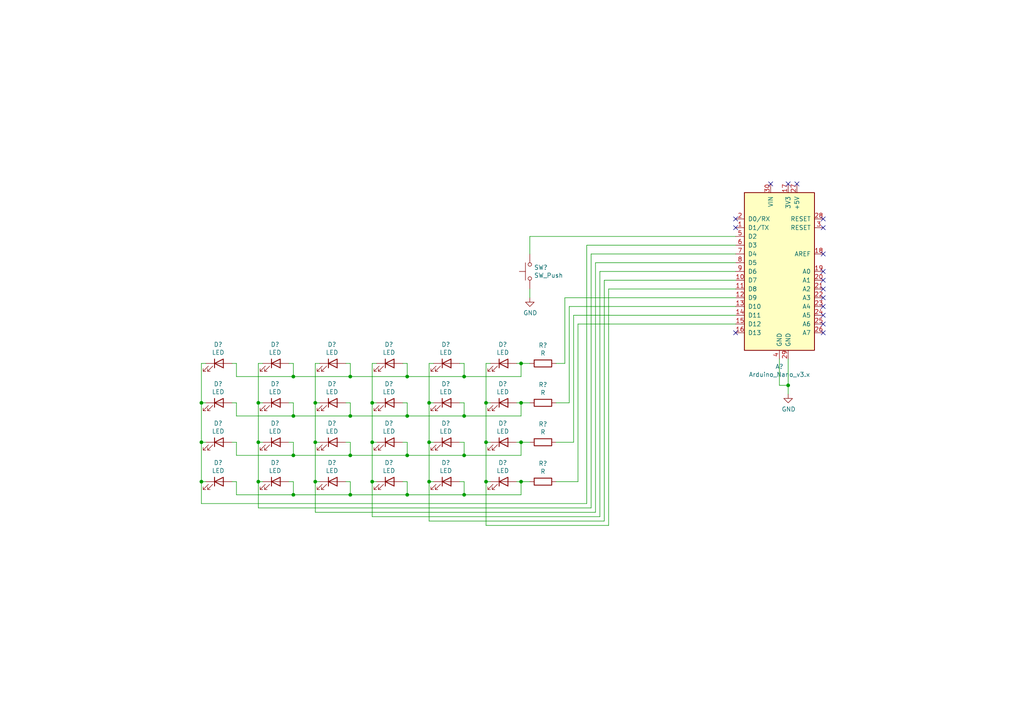
<source format=kicad_sch>
(kicad_sch (version 20211123) (generator eeschema)

  (uuid a9b6d531-358a-411a-b599-8efbc4a2b3ee)

  (paper "A4")

  (lib_symbols
    (symbol "Device:LED" (pin_numbers hide) (pin_names (offset 1.016) hide) (in_bom yes) (on_board yes)
      (property "Reference" "D" (id 0) (at 0 2.54 0)
        (effects (font (size 1.27 1.27)))
      )
      (property "Value" "LED" (id 1) (at 0 -2.54 0)
        (effects (font (size 1.27 1.27)))
      )
      (property "Footprint" "" (id 2) (at 0 0 0)
        (effects (font (size 1.27 1.27)) hide)
      )
      (property "Datasheet" "~" (id 3) (at 0 0 0)
        (effects (font (size 1.27 1.27)) hide)
      )
      (property "ki_keywords" "LED diode" (id 4) (at 0 0 0)
        (effects (font (size 1.27 1.27)) hide)
      )
      (property "ki_description" "Light emitting diode" (id 5) (at 0 0 0)
        (effects (font (size 1.27 1.27)) hide)
      )
      (property "ki_fp_filters" "LED* LED_SMD:* LED_THT:*" (id 6) (at 0 0 0)
        (effects (font (size 1.27 1.27)) hide)
      )
      (symbol "LED_0_1"
        (polyline
          (pts
            (xy -1.27 -1.27)
            (xy -1.27 1.27)
          )
          (stroke (width 0.254) (type default) (color 0 0 0 0))
          (fill (type none))
        )
        (polyline
          (pts
            (xy -1.27 0)
            (xy 1.27 0)
          )
          (stroke (width 0) (type default) (color 0 0 0 0))
          (fill (type none))
        )
        (polyline
          (pts
            (xy 1.27 -1.27)
            (xy 1.27 1.27)
            (xy -1.27 0)
            (xy 1.27 -1.27)
          )
          (stroke (width 0.254) (type default) (color 0 0 0 0))
          (fill (type none))
        )
        (polyline
          (pts
            (xy -3.048 -0.762)
            (xy -4.572 -2.286)
            (xy -3.81 -2.286)
            (xy -4.572 -2.286)
            (xy -4.572 -1.524)
          )
          (stroke (width 0) (type default) (color 0 0 0 0))
          (fill (type none))
        )
        (polyline
          (pts
            (xy -1.778 -0.762)
            (xy -3.302 -2.286)
            (xy -2.54 -2.286)
            (xy -3.302 -2.286)
            (xy -3.302 -1.524)
          )
          (stroke (width 0) (type default) (color 0 0 0 0))
          (fill (type none))
        )
      )
      (symbol "LED_1_1"
        (pin passive line (at -3.81 0 0) (length 2.54)
          (name "K" (effects (font (size 1.27 1.27))))
          (number "1" (effects (font (size 1.27 1.27))))
        )
        (pin passive line (at 3.81 0 180) (length 2.54)
          (name "A" (effects (font (size 1.27 1.27))))
          (number "2" (effects (font (size 1.27 1.27))))
        )
      )
    )
    (symbol "Device:R" (pin_numbers hide) (pin_names (offset 0)) (in_bom yes) (on_board yes)
      (property "Reference" "R" (id 0) (at 2.032 0 90)
        (effects (font (size 1.27 1.27)))
      )
      (property "Value" "R" (id 1) (at 0 0 90)
        (effects (font (size 1.27 1.27)))
      )
      (property "Footprint" "" (id 2) (at -1.778 0 90)
        (effects (font (size 1.27 1.27)) hide)
      )
      (property "Datasheet" "~" (id 3) (at 0 0 0)
        (effects (font (size 1.27 1.27)) hide)
      )
      (property "ki_keywords" "R res resistor" (id 4) (at 0 0 0)
        (effects (font (size 1.27 1.27)) hide)
      )
      (property "ki_description" "Resistor" (id 5) (at 0 0 0)
        (effects (font (size 1.27 1.27)) hide)
      )
      (property "ki_fp_filters" "R_*" (id 6) (at 0 0 0)
        (effects (font (size 1.27 1.27)) hide)
      )
      (symbol "R_0_1"
        (rectangle (start -1.016 -2.54) (end 1.016 2.54)
          (stroke (width 0.254) (type default) (color 0 0 0 0))
          (fill (type none))
        )
      )
      (symbol "R_1_1"
        (pin passive line (at 0 3.81 270) (length 1.27)
          (name "~" (effects (font (size 1.27 1.27))))
          (number "1" (effects (font (size 1.27 1.27))))
        )
        (pin passive line (at 0 -3.81 90) (length 1.27)
          (name "~" (effects (font (size 1.27 1.27))))
          (number "2" (effects (font (size 1.27 1.27))))
        )
      )
    )
    (symbol "Switch:SW_Push" (pin_numbers hide) (pin_names (offset 1.016) hide) (in_bom yes) (on_board yes)
      (property "Reference" "SW" (id 0) (at 1.27 2.54 0)
        (effects (font (size 1.27 1.27)) (justify left))
      )
      (property "Value" "SW_Push" (id 1) (at 0 -1.524 0)
        (effects (font (size 1.27 1.27)))
      )
      (property "Footprint" "" (id 2) (at 0 5.08 0)
        (effects (font (size 1.27 1.27)) hide)
      )
      (property "Datasheet" "~" (id 3) (at 0 5.08 0)
        (effects (font (size 1.27 1.27)) hide)
      )
      (property "ki_keywords" "switch normally-open pushbutton push-button" (id 4) (at 0 0 0)
        (effects (font (size 1.27 1.27)) hide)
      )
      (property "ki_description" "Push button switch, generic, two pins" (id 5) (at 0 0 0)
        (effects (font (size 1.27 1.27)) hide)
      )
      (symbol "SW_Push_0_1"
        (circle (center -2.032 0) (radius 0.508)
          (stroke (width 0) (type default) (color 0 0 0 0))
          (fill (type none))
        )
        (polyline
          (pts
            (xy 0 1.27)
            (xy 0 3.048)
          )
          (stroke (width 0) (type default) (color 0 0 0 0))
          (fill (type none))
        )
        (polyline
          (pts
            (xy 2.54 1.27)
            (xy -2.54 1.27)
          )
          (stroke (width 0) (type default) (color 0 0 0 0))
          (fill (type none))
        )
        (circle (center 2.032 0) (radius 0.508)
          (stroke (width 0) (type default) (color 0 0 0 0))
          (fill (type none))
        )
        (pin passive line (at -5.08 0 0) (length 2.54)
          (name "1" (effects (font (size 1.27 1.27))))
          (number "1" (effects (font (size 1.27 1.27))))
        )
        (pin passive line (at 5.08 0 180) (length 2.54)
          (name "2" (effects (font (size 1.27 1.27))))
          (number "2" (effects (font (size 1.27 1.27))))
        )
      )
    )
    (symbol "advent-calendar-rnd-rescue:Arduino_Nano_v3.x-MCU_Module" (pin_names (offset 1.016)) (in_bom yes) (on_board yes)
      (property "Reference" "A" (id 0) (at -5.08 26.035 0)
        (effects (font (size 1.27 1.27)) (justify right))
      )
      (property "Value" "Arduino_Nano_v3.x-MCU_Module" (id 1) (at -5.08 24.13 0)
        (effects (font (size 1.27 1.27)) (justify right))
      )
      (property "Footprint" "Module:Arduino_Nano" (id 2) (at 3.81 -24.13 0)
        (effects (font (size 1.27 1.27)) (justify left) hide)
      )
      (property "Datasheet" "" (id 3) (at 0 -25.4 0)
        (effects (font (size 1.27 1.27)) hide)
      )
      (property "ki_fp_filters" "Arduino*Nano*" (id 4) (at 0 0 0)
        (effects (font (size 1.27 1.27)) hide)
      )
      (symbol "Arduino_Nano_v3.x-MCU_Module_0_1"
        (rectangle (start -10.16 22.86) (end 10.16 -22.86)
          (stroke (width 0.254) (type default) (color 0 0 0 0))
          (fill (type background))
        )
      )
      (symbol "Arduino_Nano_v3.x-MCU_Module_1_1"
        (pin bidirectional line (at -12.7 12.7 0) (length 2.54)
          (name "D1/TX" (effects (font (size 1.27 1.27))))
          (number "1" (effects (font (size 1.27 1.27))))
        )
        (pin bidirectional line (at -12.7 -2.54 0) (length 2.54)
          (name "D7" (effects (font (size 1.27 1.27))))
          (number "10" (effects (font (size 1.27 1.27))))
        )
        (pin bidirectional line (at -12.7 -5.08 0) (length 2.54)
          (name "D8" (effects (font (size 1.27 1.27))))
          (number "11" (effects (font (size 1.27 1.27))))
        )
        (pin bidirectional line (at -12.7 -7.62 0) (length 2.54)
          (name "D9" (effects (font (size 1.27 1.27))))
          (number "12" (effects (font (size 1.27 1.27))))
        )
        (pin bidirectional line (at -12.7 -10.16 0) (length 2.54)
          (name "D10" (effects (font (size 1.27 1.27))))
          (number "13" (effects (font (size 1.27 1.27))))
        )
        (pin bidirectional line (at -12.7 -12.7 0) (length 2.54)
          (name "D11" (effects (font (size 1.27 1.27))))
          (number "14" (effects (font (size 1.27 1.27))))
        )
        (pin bidirectional line (at -12.7 -15.24 0) (length 2.54)
          (name "D12" (effects (font (size 1.27 1.27))))
          (number "15" (effects (font (size 1.27 1.27))))
        )
        (pin bidirectional line (at -12.7 -17.78 0) (length 2.54)
          (name "D13" (effects (font (size 1.27 1.27))))
          (number "16" (effects (font (size 1.27 1.27))))
        )
        (pin power_out line (at 2.54 25.4 270) (length 2.54)
          (name "3V3" (effects (font (size 1.27 1.27))))
          (number "17" (effects (font (size 1.27 1.27))))
        )
        (pin input line (at 12.7 5.08 180) (length 2.54)
          (name "AREF" (effects (font (size 1.27 1.27))))
          (number "18" (effects (font (size 1.27 1.27))))
        )
        (pin bidirectional line (at 12.7 0 180) (length 2.54)
          (name "A0" (effects (font (size 1.27 1.27))))
          (number "19" (effects (font (size 1.27 1.27))))
        )
        (pin bidirectional line (at -12.7 15.24 0) (length 2.54)
          (name "D0/RX" (effects (font (size 1.27 1.27))))
          (number "2" (effects (font (size 1.27 1.27))))
        )
        (pin bidirectional line (at 12.7 -2.54 180) (length 2.54)
          (name "A1" (effects (font (size 1.27 1.27))))
          (number "20" (effects (font (size 1.27 1.27))))
        )
        (pin bidirectional line (at 12.7 -5.08 180) (length 2.54)
          (name "A2" (effects (font (size 1.27 1.27))))
          (number "21" (effects (font (size 1.27 1.27))))
        )
        (pin bidirectional line (at 12.7 -7.62 180) (length 2.54)
          (name "A3" (effects (font (size 1.27 1.27))))
          (number "22" (effects (font (size 1.27 1.27))))
        )
        (pin bidirectional line (at 12.7 -10.16 180) (length 2.54)
          (name "A4" (effects (font (size 1.27 1.27))))
          (number "23" (effects (font (size 1.27 1.27))))
        )
        (pin bidirectional line (at 12.7 -12.7 180) (length 2.54)
          (name "A5" (effects (font (size 1.27 1.27))))
          (number "24" (effects (font (size 1.27 1.27))))
        )
        (pin bidirectional line (at 12.7 -15.24 180) (length 2.54)
          (name "A6" (effects (font (size 1.27 1.27))))
          (number "25" (effects (font (size 1.27 1.27))))
        )
        (pin bidirectional line (at 12.7 -17.78 180) (length 2.54)
          (name "A7" (effects (font (size 1.27 1.27))))
          (number "26" (effects (font (size 1.27 1.27))))
        )
        (pin power_out line (at 5.08 25.4 270) (length 2.54)
          (name "+5V" (effects (font (size 1.27 1.27))))
          (number "27" (effects (font (size 1.27 1.27))))
        )
        (pin input line (at 12.7 15.24 180) (length 2.54)
          (name "RESET" (effects (font (size 1.27 1.27))))
          (number "28" (effects (font (size 1.27 1.27))))
        )
        (pin power_in line (at 2.54 -25.4 90) (length 2.54)
          (name "GND" (effects (font (size 1.27 1.27))))
          (number "29" (effects (font (size 1.27 1.27))))
        )
        (pin input line (at 12.7 12.7 180) (length 2.54)
          (name "RESET" (effects (font (size 1.27 1.27))))
          (number "3" (effects (font (size 1.27 1.27))))
        )
        (pin power_in line (at -2.54 25.4 270) (length 2.54)
          (name "VIN" (effects (font (size 1.27 1.27))))
          (number "30" (effects (font (size 1.27 1.27))))
        )
        (pin power_in line (at 0 -25.4 90) (length 2.54)
          (name "GND" (effects (font (size 1.27 1.27))))
          (number "4" (effects (font (size 1.27 1.27))))
        )
        (pin bidirectional line (at -12.7 10.16 0) (length 2.54)
          (name "D2" (effects (font (size 1.27 1.27))))
          (number "5" (effects (font (size 1.27 1.27))))
        )
        (pin bidirectional line (at -12.7 7.62 0) (length 2.54)
          (name "D3" (effects (font (size 1.27 1.27))))
          (number "6" (effects (font (size 1.27 1.27))))
        )
        (pin bidirectional line (at -12.7 5.08 0) (length 2.54)
          (name "D4" (effects (font (size 1.27 1.27))))
          (number "7" (effects (font (size 1.27 1.27))))
        )
        (pin bidirectional line (at -12.7 2.54 0) (length 2.54)
          (name "D5" (effects (font (size 1.27 1.27))))
          (number "8" (effects (font (size 1.27 1.27))))
        )
        (pin bidirectional line (at -12.7 0 0) (length 2.54)
          (name "D6" (effects (font (size 1.27 1.27))))
          (number "9" (effects (font (size 1.27 1.27))))
        )
      )
    )
    (symbol "power:GND" (power) (pin_names (offset 0)) (in_bom yes) (on_board yes)
      (property "Reference" "#PWR" (id 0) (at 0 -6.35 0)
        (effects (font (size 1.27 1.27)) hide)
      )
      (property "Value" "GND" (id 1) (at 0 -3.81 0)
        (effects (font (size 1.27 1.27)))
      )
      (property "Footprint" "" (id 2) (at 0 0 0)
        (effects (font (size 1.27 1.27)) hide)
      )
      (property "Datasheet" "" (id 3) (at 0 0 0)
        (effects (font (size 1.27 1.27)) hide)
      )
      (property "ki_keywords" "power-flag" (id 4) (at 0 0 0)
        (effects (font (size 1.27 1.27)) hide)
      )
      (property "ki_description" "Power symbol creates a global label with name \"GND\" , ground" (id 5) (at 0 0 0)
        (effects (font (size 1.27 1.27)) hide)
      )
      (symbol "GND_0_1"
        (polyline
          (pts
            (xy 0 0)
            (xy 0 -1.27)
            (xy 1.27 -1.27)
            (xy 0 -2.54)
            (xy -1.27 -1.27)
            (xy 0 -1.27)
          )
          (stroke (width 0) (type default) (color 0 0 0 0))
          (fill (type none))
        )
      )
      (symbol "GND_1_1"
        (pin power_in line (at 0 0 270) (length 0) hide
          (name "GND" (effects (font (size 1.27 1.27))))
          (number "1" (effects (font (size 1.27 1.27))))
        )
      )
    )
  )

  (junction (at 107.95 116.84) (diameter 0) (color 0 0 0 0)
    (uuid 0507b906-6344-45c5-8987-b674865b6680)
  )
  (junction (at 124.46 116.84) (diameter 0) (color 0 0 0 0)
    (uuid 087aefd7-bb50-46f9-9a0b-97268a19d4cc)
  )
  (junction (at 107.95 139.7) (diameter 0) (color 0 0 0 0)
    (uuid 0bc54d2e-0605-455e-aff4-2c6a04767044)
  )
  (junction (at 118.11 132.08) (diameter 0) (color 0 0 0 0)
    (uuid 0db1955e-e848-470e-b139-b86c528e264f)
  )
  (junction (at 101.6 132.08) (diameter 0) (color 0 0 0 0)
    (uuid 119a05af-1dff-4b8b-89ba-58f65cdcb80f)
  )
  (junction (at 124.46 128.27) (diameter 0) (color 0 0 0 0)
    (uuid 15020e1d-590a-444e-9105-3fb9ae28091e)
  )
  (junction (at 91.44 128.27) (diameter 0) (color 0 0 0 0)
    (uuid 168f7396-6208-45cf-842c-98ff9e7c03ac)
  )
  (junction (at 85.09 143.51) (diameter 0) (color 0 0 0 0)
    (uuid 22d3724f-ae99-4068-860f-026154159b9f)
  )
  (junction (at 58.42 139.7) (diameter 0) (color 0 0 0 0)
    (uuid 28ef518c-c31b-4861-850d-dacf035ae2df)
  )
  (junction (at 151.13 128.27) (diameter 0) (color 0 0 0 0)
    (uuid 2d79dbd1-745f-4223-b2ba-ce6ccd909111)
  )
  (junction (at 134.62 109.22) (diameter 0) (color 0 0 0 0)
    (uuid 38f558dc-d9e2-4983-b600-bc8e958459d7)
  )
  (junction (at 107.95 128.27) (diameter 0) (color 0 0 0 0)
    (uuid 3d7b9cd9-6661-4f75-b3ac-ecae8b49dd28)
  )
  (junction (at 140.97 139.7) (diameter 0) (color 0 0 0 0)
    (uuid 400cca22-8b0e-4487-ac30-3fa960b50eaf)
  )
  (junction (at 151.13 116.84) (diameter 0) (color 0 0 0 0)
    (uuid 46e1c8d8-4a27-4713-b335-8470f349eb0d)
  )
  (junction (at 85.09 109.22) (diameter 0) (color 0 0 0 0)
    (uuid 546a45b6-725f-4ae2-8536-3b5e20225c34)
  )
  (junction (at 91.44 139.7) (diameter 0) (color 0 0 0 0)
    (uuid 547ac90f-107a-474a-b147-0025e02a4a0c)
  )
  (junction (at 101.6 109.22) (diameter 0) (color 0 0 0 0)
    (uuid 63cbd05a-1fe2-4233-9d3a-363a25e6411c)
  )
  (junction (at 101.6 143.51) (diameter 0) (color 0 0 0 0)
    (uuid 6e8f0fef-9600-41e8-aad5-1e8fac859d46)
  )
  (junction (at 140.97 116.84) (diameter 0) (color 0 0 0 0)
    (uuid 6f6b2658-60df-40f8-9de0-2585afcf7050)
  )
  (junction (at 58.42 128.27) (diameter 0) (color 0 0 0 0)
    (uuid 78c894fe-5ba0-4a03-a758-f6a0bfbe1409)
  )
  (junction (at 134.62 143.51) (diameter 0) (color 0 0 0 0)
    (uuid 792923d7-5d7c-4732-9e39-ec1a9510b484)
  )
  (junction (at 118.11 143.51) (diameter 0) (color 0 0 0 0)
    (uuid 7e8cb6f1-b637-4431-9dc6-8f85ca93c691)
  )
  (junction (at 74.93 116.84) (diameter 0) (color 0 0 0 0)
    (uuid 7f11ec51-90cf-4ce0-aa5d-7fe3dfe2f1af)
  )
  (junction (at 228.6 111.76) (diameter 0) (color 0 0 0 0)
    (uuid 8b894e8a-7b40-45cd-b604-e7793037179e)
  )
  (junction (at 124.46 139.7) (diameter 0) (color 0 0 0 0)
    (uuid 8c640975-5337-4387-85c8-9426937ede1a)
  )
  (junction (at 74.93 128.27) (diameter 0) (color 0 0 0 0)
    (uuid 8fde9154-3053-408e-a1cd-a767572f1203)
  )
  (junction (at 118.11 109.22) (diameter 0) (color 0 0 0 0)
    (uuid 920d7f8b-e844-41e1-be21-603a92343cca)
  )
  (junction (at 101.6 120.65) (diameter 0) (color 0 0 0 0)
    (uuid a0c5ce09-b7e5-43f0-a8f7-4e7977f2bc8b)
  )
  (junction (at 91.44 116.84) (diameter 0) (color 0 0 0 0)
    (uuid a41877f1-fefb-413c-9d24-b255791c0c29)
  )
  (junction (at 58.42 116.84) (diameter 0) (color 0 0 0 0)
    (uuid a43c1971-b6f8-4439-905b-575be8a4c174)
  )
  (junction (at 85.09 132.08) (diameter 0) (color 0 0 0 0)
    (uuid aa05bc1e-a3a3-461a-bd4b-b12c4cc00dcc)
  )
  (junction (at 151.13 105.41) (diameter 0) (color 0 0 0 0)
    (uuid c235ebea-c459-4e8d-b761-9584caf9ca1d)
  )
  (junction (at 151.13 139.7) (diameter 0) (color 0 0 0 0)
    (uuid c9945233-4a6e-4b84-87ff-6118ed5779cd)
  )
  (junction (at 134.62 132.08) (diameter 0) (color 0 0 0 0)
    (uuid d4aef40f-920a-4cca-a436-15e36624df0f)
  )
  (junction (at 118.11 120.65) (diameter 0) (color 0 0 0 0)
    (uuid e65d93ea-9e43-4133-a2c0-3f0b3e05a191)
  )
  (junction (at 85.09 120.65) (diameter 0) (color 0 0 0 0)
    (uuid ed497fd1-2f26-41b1-ab91-a78e621adc70)
  )
  (junction (at 74.93 139.7) (diameter 0) (color 0 0 0 0)
    (uuid f4367029-8555-4f8d-ae98-365cdc8453d2)
  )
  (junction (at 134.62 120.65) (diameter 0) (color 0 0 0 0)
    (uuid f9629e07-6885-4512-9400-6c2444fd5c5c)
  )
  (junction (at 140.97 128.27) (diameter 0) (color 0 0 0 0)
    (uuid fa66aba3-927e-4601-b2db-9ed816d59ade)
  )

  (no_connect (at 231.14 53.34) (uuid 1f1acb70-1955-4234-807d-7086e90c6a46))
  (no_connect (at 238.76 63.5) (uuid 27ae4029-abd8-43d1-9923-91e4450094b5))
  (no_connect (at 238.76 66.04) (uuid 28da5b3b-72b6-45e1-b455-1bb3fae69b67))
  (no_connect (at 213.36 63.5) (uuid 335389ce-ff2b-4756-8bc7-7ad4bb784024))
  (no_connect (at 238.76 96.52) (uuid 33a7498d-eefd-4843-8a35-38275bc439f9))
  (no_connect (at 238.76 83.82) (uuid 4736b567-db07-4b5e-aa08-269c568fb35f))
  (no_connect (at 238.76 91.44) (uuid 4caf3106-5d10-43f6-bb9d-de190a587a3b))
  (no_connect (at 238.76 81.28) (uuid 57035f4e-925b-48f2-92d5-43a68b701360))
  (no_connect (at 223.52 53.34) (uuid 643f047d-d21d-4ea9-8149-1781e772c121))
  (no_connect (at 238.76 78.74) (uuid 71c60328-bff5-4c32-b8da-af3e02de6a7b))
  (no_connect (at 238.76 93.98) (uuid 7de8f767-2bb7-482f-a3b8-0f8d71358f62))
  (no_connect (at 238.76 86.36) (uuid 7f897b62-cc36-4de2-894d-5aded2b2bc39))
  (no_connect (at 238.76 88.9) (uuid 8af121fc-7690-4e96-9ab7-7a10e78fee66))
  (no_connect (at 213.36 96.52) (uuid 91ba2e5c-2d52-4479-bd66-e5d6298d26f8))
  (no_connect (at 228.6 53.34) (uuid 9a8d0e6b-5448-49b5-933a-a0a2b2e5b605))
  (no_connect (at 238.76 73.66) (uuid a3e0cfb2-176a-4f9d-ba59-e1ba3c4f8cbd))
  (no_connect (at 213.36 66.04) (uuid c67bb7b3-6d0d-4008-b133-484aa14ac94a))

  (wire (pts (xy 68.58 128.27) (xy 67.31 128.27))
    (stroke (width 0) (type default) (color 0 0 0 0))
    (uuid 009b8865-4b37-4d11-8bac-3c51cb904726)
  )
  (wire (pts (xy 176.53 83.82) (xy 176.53 152.4))
    (stroke (width 0) (type default) (color 0 0 0 0))
    (uuid 0119ab80-33d9-499d-be10-a296708db1b1)
  )
  (wire (pts (xy 170.18 146.05) (xy 170.18 71.12))
    (stroke (width 0) (type default) (color 0 0 0 0))
    (uuid 022b2156-c725-4081-a598-1fa8ef6b202f)
  )
  (wire (pts (xy 124.46 116.84) (xy 124.46 128.27))
    (stroke (width 0) (type default) (color 0 0 0 0))
    (uuid 02ece19a-b0f9-4f4d-b5ba-7931a95072c3)
  )
  (wire (pts (xy 124.46 139.7) (xy 125.73 139.7))
    (stroke (width 0) (type default) (color 0 0 0 0))
    (uuid 06cffae6-8c55-47a6-9589-7aad71c4e14e)
  )
  (wire (pts (xy 172.72 76.2) (xy 213.36 76.2))
    (stroke (width 0) (type default) (color 0 0 0 0))
    (uuid 06d9c483-5dd8-4358-9de6-e043d6417f2e)
  )
  (wire (pts (xy 85.09 128.27) (xy 83.82 128.27))
    (stroke (width 0) (type default) (color 0 0 0 0))
    (uuid 07643a2e-9bf8-4b4d-a966-f1af93ffa4e7)
  )
  (wire (pts (xy 74.93 139.7) (xy 76.2 139.7))
    (stroke (width 0) (type default) (color 0 0 0 0))
    (uuid 09310930-a3e2-49d6-86a2-59e78e9e5e7d)
  )
  (wire (pts (xy 134.62 128.27) (xy 133.35 128.27))
    (stroke (width 0) (type default) (color 0 0 0 0))
    (uuid 0982db4e-55aa-420f-8752-68576100a69f)
  )
  (wire (pts (xy 109.22 105.41) (xy 107.95 105.41))
    (stroke (width 0) (type default) (color 0 0 0 0))
    (uuid 0998dfd1-d633-4613-b37f-3da9a0b7af34)
  )
  (wire (pts (xy 166.37 128.27) (xy 161.29 128.27))
    (stroke (width 0) (type default) (color 0 0 0 0))
    (uuid 1115b09f-0eb5-47a7-b0ae-506752de4a97)
  )
  (wire (pts (xy 151.13 128.27) (xy 153.67 128.27))
    (stroke (width 0) (type default) (color 0 0 0 0))
    (uuid 13eb5151-c8d0-4eb9-969e-aa8424eec392)
  )
  (wire (pts (xy 134.62 116.84) (xy 133.35 116.84))
    (stroke (width 0) (type default) (color 0 0 0 0))
    (uuid 1400628e-977b-442f-86ce-6c2a4530d82e)
  )
  (wire (pts (xy 140.97 128.27) (xy 140.97 139.7))
    (stroke (width 0) (type default) (color 0 0 0 0))
    (uuid 15fa4a5f-8e28-4883-9874-17fc8ed713f7)
  )
  (wire (pts (xy 175.26 81.28) (xy 213.36 81.28))
    (stroke (width 0) (type default) (color 0 0 0 0))
    (uuid 16067e38-04f5-449b-baa9-907ffe609dbd)
  )
  (wire (pts (xy 74.93 116.84) (xy 76.2 116.84))
    (stroke (width 0) (type default) (color 0 0 0 0))
    (uuid 1729ee3d-d60c-4c9a-821e-0d01eef23489)
  )
  (wire (pts (xy 226.06 111.76) (xy 228.6 111.76))
    (stroke (width 0) (type default) (color 0 0 0 0))
    (uuid 18422136-7895-4fa2-a561-24e1365c9510)
  )
  (wire (pts (xy 140.97 116.84) (xy 140.97 128.27))
    (stroke (width 0) (type default) (color 0 0 0 0))
    (uuid 1895a81e-a91f-4013-aff8-1189761548d7)
  )
  (wire (pts (xy 213.36 86.36) (xy 163.83 86.36))
    (stroke (width 0) (type default) (color 0 0 0 0))
    (uuid 1a7af1f8-19ea-41fe-8e40-9d6b35186234)
  )
  (wire (pts (xy 85.09 139.7) (xy 83.82 139.7))
    (stroke (width 0) (type default) (color 0 0 0 0))
    (uuid 1d673ad6-d773-44b1-b271-cb14ff04fe2d)
  )
  (wire (pts (xy 167.64 93.98) (xy 213.36 93.98))
    (stroke (width 0) (type default) (color 0 0 0 0))
    (uuid 1f0bcc8a-5f65-415b-ad0b-bdd6bb7f0862)
  )
  (wire (pts (xy 134.62 120.65) (xy 134.62 116.84))
    (stroke (width 0) (type default) (color 0 0 0 0))
    (uuid 21aaa2c3-3355-44b9-a879-deee7d40bb38)
  )
  (wire (pts (xy 151.13 109.22) (xy 134.62 109.22))
    (stroke (width 0) (type default) (color 0 0 0 0))
    (uuid 21fa0811-312b-4ec8-a397-c86518188026)
  )
  (wire (pts (xy 167.64 139.7) (xy 167.64 93.98))
    (stroke (width 0) (type default) (color 0 0 0 0))
    (uuid 2278b4fa-1f46-4ba5-add9-abefdadc951b)
  )
  (wire (pts (xy 166.37 91.44) (xy 166.37 128.27))
    (stroke (width 0) (type default) (color 0 0 0 0))
    (uuid 23eca1f7-27e1-4814-98f9-b3c14f6f8e09)
  )
  (wire (pts (xy 68.58 132.08) (xy 68.58 128.27))
    (stroke (width 0) (type default) (color 0 0 0 0))
    (uuid 2836bba9-6202-4f25-9d19-d7b21ff6b202)
  )
  (wire (pts (xy 151.13 105.41) (xy 153.67 105.41))
    (stroke (width 0) (type default) (color 0 0 0 0))
    (uuid 2a5087ea-acaf-40a6-a655-426c240a5a85)
  )
  (wire (pts (xy 118.11 105.41) (xy 118.11 109.22))
    (stroke (width 0) (type default) (color 0 0 0 0))
    (uuid 2aacdc6d-c1ab-485f-a780-bbd4fe78380e)
  )
  (wire (pts (xy 134.62 105.41) (xy 133.35 105.41))
    (stroke (width 0) (type default) (color 0 0 0 0))
    (uuid 2bab3fbd-9419-4495-ae07-71f0a0f34e23)
  )
  (wire (pts (xy 91.44 148.59) (xy 172.72 148.59))
    (stroke (width 0) (type default) (color 0 0 0 0))
    (uuid 2ea85e2c-28fa-42f2-a8b3-81e2f8419f67)
  )
  (wire (pts (xy 116.84 105.41) (xy 118.11 105.41))
    (stroke (width 0) (type default) (color 0 0 0 0))
    (uuid 2ece6068-0824-48b6-a956-69627a71d601)
  )
  (wire (pts (xy 68.58 116.84) (xy 67.31 116.84))
    (stroke (width 0) (type default) (color 0 0 0 0))
    (uuid 2f40b92d-0c92-42c8-9208-8644a410cd2c)
  )
  (wire (pts (xy 213.36 83.82) (xy 176.53 83.82))
    (stroke (width 0) (type default) (color 0 0 0 0))
    (uuid 2f6746da-7d4e-4214-a9af-d8b4d1bc4cbf)
  )
  (wire (pts (xy 153.67 139.7) (xy 151.13 139.7))
    (stroke (width 0) (type default) (color 0 0 0 0))
    (uuid 2fb7e489-3e76-4fbe-95b0-5e0985e8ab53)
  )
  (wire (pts (xy 58.42 116.84) (xy 59.69 116.84))
    (stroke (width 0) (type default) (color 0 0 0 0))
    (uuid 323fd0f2-131f-47d0-979b-8b393fe79dd4)
  )
  (wire (pts (xy 68.58 109.22) (xy 68.58 105.41))
    (stroke (width 0) (type default) (color 0 0 0 0))
    (uuid 33564bec-8e15-4792-8e5a-a602997a7d78)
  )
  (wire (pts (xy 74.93 128.27) (xy 74.93 139.7))
    (stroke (width 0) (type default) (color 0 0 0 0))
    (uuid 33c9cf34-6631-4bf8-bfe4-ddc815ff4ab2)
  )
  (wire (pts (xy 151.13 116.84) (xy 151.13 120.65))
    (stroke (width 0) (type default) (color 0 0 0 0))
    (uuid 36eb508f-455e-4a5d-b150-482bc33bf25c)
  )
  (wire (pts (xy 58.42 146.05) (xy 58.42 139.7))
    (stroke (width 0) (type default) (color 0 0 0 0))
    (uuid 38e45603-ffe2-41bd-b756-b1fdbad7b41b)
  )
  (wire (pts (xy 101.6 143.51) (xy 101.6 139.7))
    (stroke (width 0) (type default) (color 0 0 0 0))
    (uuid 3a935a08-d5e1-41e9-b0e5-18eb67bfae6f)
  )
  (wire (pts (xy 124.46 151.13) (xy 124.46 139.7))
    (stroke (width 0) (type default) (color 0 0 0 0))
    (uuid 3e19c36a-c97a-498d-9a54-658ffe12c724)
  )
  (wire (pts (xy 92.71 128.27) (xy 91.44 128.27))
    (stroke (width 0) (type default) (color 0 0 0 0))
    (uuid 3f74368e-bdf6-461b-babe-c8b40099e373)
  )
  (wire (pts (xy 173.99 78.74) (xy 173.99 149.86))
    (stroke (width 0) (type default) (color 0 0 0 0))
    (uuid 3f9bc453-9fdd-4926-b3b0-93424f5f0437)
  )
  (wire (pts (xy 171.45 73.66) (xy 171.45 147.32))
    (stroke (width 0) (type default) (color 0 0 0 0))
    (uuid 3f9cb67b-ff22-4f58-be2d-99d7badca829)
  )
  (wire (pts (xy 153.67 68.58) (xy 213.36 68.58))
    (stroke (width 0) (type default) (color 0 0 0 0))
    (uuid 4044a7d2-cd97-438c-9cad-ba0878bb0d49)
  )
  (wire (pts (xy 213.36 91.44) (xy 166.37 91.44))
    (stroke (width 0) (type default) (color 0 0 0 0))
    (uuid 42c080a0-9389-43f9-ac05-2f5304f9bf08)
  )
  (wire (pts (xy 91.44 128.27) (xy 91.44 139.7))
    (stroke (width 0) (type default) (color 0 0 0 0))
    (uuid 42fa1192-b4cc-4917-b12c-ada0682eba16)
  )
  (wire (pts (xy 101.6 139.7) (xy 100.33 139.7))
    (stroke (width 0) (type default) (color 0 0 0 0))
    (uuid 43b03aca-66b4-4dd9-82fb-11610845afe8)
  )
  (wire (pts (xy 85.09 120.65) (xy 68.58 120.65))
    (stroke (width 0) (type default) (color 0 0 0 0))
    (uuid 45e1dc22-b5a8-416c-a5e2-ef6573777d5e)
  )
  (wire (pts (xy 125.73 105.41) (xy 124.46 105.41))
    (stroke (width 0) (type default) (color 0 0 0 0))
    (uuid 47c5ef54-4b92-426e-886b-637b8f9f4e65)
  )
  (wire (pts (xy 101.6 128.27) (xy 100.33 128.27))
    (stroke (width 0) (type default) (color 0 0 0 0))
    (uuid 480f8498-3fe8-4602-b8be-70af7ac1d438)
  )
  (wire (pts (xy 226.06 104.14) (xy 226.06 111.76))
    (stroke (width 0) (type default) (color 0 0 0 0))
    (uuid 48396ab1-0e40-4b34-8232-c82d24a90428)
  )
  (wire (pts (xy 74.93 105.41) (xy 74.93 116.84))
    (stroke (width 0) (type default) (color 0 0 0 0))
    (uuid 4a719bab-24d5-413d-8f60-3d26db40ce14)
  )
  (wire (pts (xy 116.84 116.84) (xy 118.11 116.84))
    (stroke (width 0) (type default) (color 0 0 0 0))
    (uuid 4a8a1721-b416-4ae7-9cdb-11591a4653dd)
  )
  (wire (pts (xy 76.2 105.41) (xy 74.93 105.41))
    (stroke (width 0) (type default) (color 0 0 0 0))
    (uuid 4acca561-a6bc-4f35-b3ee-5ef3ff402b6b)
  )
  (wire (pts (xy 124.46 128.27) (xy 124.46 139.7))
    (stroke (width 0) (type default) (color 0 0 0 0))
    (uuid 4e2ea79f-2ca0-4623-bd1f-b4f6b413b200)
  )
  (wire (pts (xy 101.6 143.51) (xy 85.09 143.51))
    (stroke (width 0) (type default) (color 0 0 0 0))
    (uuid 5120320e-ee72-495c-ad7c-c0737f71e6c8)
  )
  (wire (pts (xy 85.09 132.08) (xy 68.58 132.08))
    (stroke (width 0) (type default) (color 0 0 0 0))
    (uuid 53c0f13d-1c7f-47f9-82b8-e36472a6e0e8)
  )
  (wire (pts (xy 228.6 111.76) (xy 228.6 114.3))
    (stroke (width 0) (type default) (color 0 0 0 0))
    (uuid 54678646-2661-4037-bab2-b56e124513b8)
  )
  (wire (pts (xy 74.93 116.84) (xy 74.93 128.27))
    (stroke (width 0) (type default) (color 0 0 0 0))
    (uuid 555f868d-1bc0-41a8-a5d5-086609b62549)
  )
  (wire (pts (xy 107.95 116.84) (xy 109.22 116.84))
    (stroke (width 0) (type default) (color 0 0 0 0))
    (uuid 55c20d75-d583-4ebe-bc4f-542658a60289)
  )
  (wire (pts (xy 140.97 152.4) (xy 176.53 152.4))
    (stroke (width 0) (type default) (color 0 0 0 0))
    (uuid 5719fcb0-e777-4cea-8ca1-441b8177fa26)
  )
  (wire (pts (xy 149.86 116.84) (xy 151.13 116.84))
    (stroke (width 0) (type default) (color 0 0 0 0))
    (uuid 58d81679-fcaf-4560-823b-fe2be07512a5)
  )
  (wire (pts (xy 165.1 116.84) (xy 165.1 88.9))
    (stroke (width 0) (type default) (color 0 0 0 0))
    (uuid 58e95955-b259-475b-8684-2b824bcaef18)
  )
  (wire (pts (xy 107.95 116.84) (xy 107.95 128.27))
    (stroke (width 0) (type default) (color 0 0 0 0))
    (uuid 5ab8937c-1277-41c5-b37d-c4424b96d284)
  )
  (wire (pts (xy 107.95 139.7) (xy 109.22 139.7))
    (stroke (width 0) (type default) (color 0 0 0 0))
    (uuid 5b2351ab-fe42-4e1d-bf4a-165f5d097d75)
  )
  (wire (pts (xy 85.09 105.41) (xy 83.82 105.41))
    (stroke (width 0) (type default) (color 0 0 0 0))
    (uuid 5b2893d3-86ee-49e3-9c89-5dafe23b36e3)
  )
  (wire (pts (xy 91.44 148.59) (xy 91.44 139.7))
    (stroke (width 0) (type default) (color 0 0 0 0))
    (uuid 5e1ee731-dfb2-41ec-9c98-52825abc6f47)
  )
  (wire (pts (xy 116.84 139.7) (xy 118.11 139.7))
    (stroke (width 0) (type default) (color 0 0 0 0))
    (uuid 61672593-d1bf-46b7-8ef8-47ef48e0806b)
  )
  (wire (pts (xy 58.42 116.84) (xy 58.42 128.27))
    (stroke (width 0) (type default) (color 0 0 0 0))
    (uuid 679097d0-bec7-41d0-a98a-87b8bfa38b63)
  )
  (wire (pts (xy 85.09 109.22) (xy 68.58 109.22))
    (stroke (width 0) (type default) (color 0 0 0 0))
    (uuid 6c871dbe-ac13-4755-9e44-ef5dba8dcc19)
  )
  (wire (pts (xy 151.13 143.51) (xy 134.62 143.51))
    (stroke (width 0) (type default) (color 0 0 0 0))
    (uuid 6cdffd7e-482b-4281-a2f1-0154ad149b5c)
  )
  (wire (pts (xy 165.1 88.9) (xy 213.36 88.9))
    (stroke (width 0) (type default) (color 0 0 0 0))
    (uuid 72522bc8-e30b-489f-8fd4-06aae8226eca)
  )
  (wire (pts (xy 134.62 109.22) (xy 134.62 105.41))
    (stroke (width 0) (type default) (color 0 0 0 0))
    (uuid 7389b236-267a-44be-90df-ef8786843354)
  )
  (wire (pts (xy 142.24 105.41) (xy 140.97 105.41))
    (stroke (width 0) (type default) (color 0 0 0 0))
    (uuid 75377dba-6b9f-4fa3-b850-f5252c0e96f2)
  )
  (wire (pts (xy 213.36 78.74) (xy 173.99 78.74))
    (stroke (width 0) (type default) (color 0 0 0 0))
    (uuid 76a15745-09bf-4279-aa70-3cfd3d1dadc0)
  )
  (wire (pts (xy 134.62 132.08) (xy 118.11 132.08))
    (stroke (width 0) (type default) (color 0 0 0 0))
    (uuid 7869e97e-4886-43a4-b6fa-99f4712096d5)
  )
  (wire (pts (xy 76.2 128.27) (xy 74.93 128.27))
    (stroke (width 0) (type default) (color 0 0 0 0))
    (uuid 7b35538a-1d79-4571-a5f8-d26c044113a0)
  )
  (wire (pts (xy 91.44 139.7) (xy 92.71 139.7))
    (stroke (width 0) (type default) (color 0 0 0 0))
    (uuid 7dfa7f2e-b6b4-4e4e-a8b1-cc95c073dc3d)
  )
  (wire (pts (xy 163.83 105.41) (xy 161.29 105.41))
    (stroke (width 0) (type default) (color 0 0 0 0))
    (uuid 7e55bba8-8631-4e10-906e-e173cdb187d4)
  )
  (wire (pts (xy 58.42 128.27) (xy 58.42 139.7))
    (stroke (width 0) (type default) (color 0 0 0 0))
    (uuid 7ee8593d-555e-45e2-a852-7f887f506ae8)
  )
  (wire (pts (xy 85.09 109.22) (xy 85.09 105.41))
    (stroke (width 0) (type default) (color 0 0 0 0))
    (uuid 81320978-e7c5-41cf-87d5-ad1f23082fb3)
  )
  (wire (pts (xy 153.67 83.82) (xy 153.67 86.36))
    (stroke (width 0) (type default) (color 0 0 0 0))
    (uuid 83d6005c-6e7a-4a87-9625-da6e17d8b30b)
  )
  (wire (pts (xy 134.62 132.08) (xy 134.62 128.27))
    (stroke (width 0) (type default) (color 0 0 0 0))
    (uuid 843d37e5-fa91-4298-b3ea-90a243560902)
  )
  (wire (pts (xy 92.71 105.41) (xy 91.44 105.41))
    (stroke (width 0) (type default) (color 0 0 0 0))
    (uuid 84f3588b-41c1-45e1-85c0-4fcf6fa28fc8)
  )
  (wire (pts (xy 149.86 139.7) (xy 151.13 139.7))
    (stroke (width 0) (type default) (color 0 0 0 0))
    (uuid 86f4d64e-ed06-48be-b6b4-4f5b42dd19a2)
  )
  (wire (pts (xy 101.6 105.41) (xy 100.33 105.41))
    (stroke (width 0) (type default) (color 0 0 0 0))
    (uuid 8a2a195a-5926-4072-ae4b-f5771c25589a)
  )
  (wire (pts (xy 101.6 109.22) (xy 101.6 105.41))
    (stroke (width 0) (type default) (color 0 0 0 0))
    (uuid 8dafcc1c-d51f-42ad-b965-b8d3c0251cdb)
  )
  (wire (pts (xy 118.11 139.7) (xy 118.11 143.51))
    (stroke (width 0) (type default) (color 0 0 0 0))
    (uuid 903bdf03-3dbf-4d16-9147-5420235ad9ea)
  )
  (wire (pts (xy 85.09 116.84) (xy 83.82 116.84))
    (stroke (width 0) (type default) (color 0 0 0 0))
    (uuid 909589ae-65a9-458f-8b8a-3fe07692d4cf)
  )
  (wire (pts (xy 140.97 139.7) (xy 142.24 139.7))
    (stroke (width 0) (type default) (color 0 0 0 0))
    (uuid 920c40cb-72ef-46c9-85b3-4dc80176ead1)
  )
  (wire (pts (xy 118.11 120.65) (xy 101.6 120.65))
    (stroke (width 0) (type default) (color 0 0 0 0))
    (uuid 92a7b208-09a7-4770-b134-ea0f4d5c9761)
  )
  (wire (pts (xy 101.6 109.22) (xy 85.09 109.22))
    (stroke (width 0) (type default) (color 0 0 0 0))
    (uuid 941ea7e9-8272-41eb-a50e-5625cc6e35bf)
  )
  (wire (pts (xy 134.62 143.51) (xy 134.62 139.7))
    (stroke (width 0) (type default) (color 0 0 0 0))
    (uuid 94504b81-8095-4444-a0f1-269c20af1bcd)
  )
  (wire (pts (xy 116.84 128.27) (xy 118.11 128.27))
    (stroke (width 0) (type default) (color 0 0 0 0))
    (uuid 94d4ff80-cc7e-42dd-97c2-1e42cca0a237)
  )
  (wire (pts (xy 167.64 139.7) (xy 161.29 139.7))
    (stroke (width 0) (type default) (color 0 0 0 0))
    (uuid 96c66433-b9d0-4001-9915-bc544a53e928)
  )
  (wire (pts (xy 149.86 105.41) (xy 151.13 105.41))
    (stroke (width 0) (type default) (color 0 0 0 0))
    (uuid 96f66f52-4323-44cf-8388-6f7b59f440fa)
  )
  (wire (pts (xy 109.22 128.27) (xy 107.95 128.27))
    (stroke (width 0) (type default) (color 0 0 0 0))
    (uuid 9881ba69-57d6-49cd-8775-3b884b8cda5c)
  )
  (wire (pts (xy 151.13 128.27) (xy 151.13 132.08))
    (stroke (width 0) (type default) (color 0 0 0 0))
    (uuid 99f9639c-c449-46dc-9637-337cf8cd2831)
  )
  (wire (pts (xy 163.83 86.36) (xy 163.83 105.41))
    (stroke (width 0) (type default) (color 0 0 0 0))
    (uuid 9a1b1302-a6e9-4b29-ac43-fd6e8e8adcd3)
  )
  (wire (pts (xy 118.11 116.84) (xy 118.11 120.65))
    (stroke (width 0) (type default) (color 0 0 0 0))
    (uuid 9e938816-7144-4503-87ba-78a5947eb54f)
  )
  (wire (pts (xy 151.13 105.41) (xy 151.13 109.22))
    (stroke (width 0) (type default) (color 0 0 0 0))
    (uuid a022cfe9-0757-44e3-9bc7-d99b7815bf89)
  )
  (wire (pts (xy 58.42 146.05) (xy 170.18 146.05))
    (stroke (width 0) (type default) (color 0 0 0 0))
    (uuid a6656cec-2cc4-4794-8873-2d608ce515d0)
  )
  (wire (pts (xy 101.6 132.08) (xy 101.6 128.27))
    (stroke (width 0) (type default) (color 0 0 0 0))
    (uuid a874f7ae-a8d1-41de-9e0f-2e4ace209e60)
  )
  (wire (pts (xy 170.18 71.12) (xy 213.36 71.12))
    (stroke (width 0) (type default) (color 0 0 0 0))
    (uuid a9298f44-f7ce-49d4-b65c-a4253685cdf9)
  )
  (wire (pts (xy 140.97 152.4) (xy 140.97 139.7))
    (stroke (width 0) (type default) (color 0 0 0 0))
    (uuid ab94d4e2-9a33-4cd9-a0e7-15d2bd0be898)
  )
  (wire (pts (xy 118.11 128.27) (xy 118.11 132.08))
    (stroke (width 0) (type default) (color 0 0 0 0))
    (uuid acdb553c-748c-412e-9b57-c937714b3723)
  )
  (wire (pts (xy 59.69 128.27) (xy 58.42 128.27))
    (stroke (width 0) (type default) (color 0 0 0 0))
    (uuid aee0be06-9046-445a-b5c6-b8b0dc5fc5ca)
  )
  (wire (pts (xy 153.67 116.84) (xy 151.13 116.84))
    (stroke (width 0) (type default) (color 0 0 0 0))
    (uuid b099c65b-ec49-4102-9bcc-9b41937e2946)
  )
  (wire (pts (xy 107.95 149.86) (xy 107.95 139.7))
    (stroke (width 0) (type default) (color 0 0 0 0))
    (uuid b173ae60-de0e-4fcc-b15a-80c7cdea9f45)
  )
  (wire (pts (xy 124.46 105.41) (xy 124.46 116.84))
    (stroke (width 0) (type default) (color 0 0 0 0))
    (uuid b30ecd6b-a855-4a33-8ca1-14234d15166c)
  )
  (wire (pts (xy 213.36 73.66) (xy 171.45 73.66))
    (stroke (width 0) (type default) (color 0 0 0 0))
    (uuid b315da55-36a8-4ea9-88ff-dc3d436facc0)
  )
  (wire (pts (xy 134.62 120.65) (xy 118.11 120.65))
    (stroke (width 0) (type default) (color 0 0 0 0))
    (uuid b3b2834e-1deb-4e76-acc8-7903a3f67a1f)
  )
  (wire (pts (xy 85.09 143.51) (xy 85.09 139.7))
    (stroke (width 0) (type default) (color 0 0 0 0))
    (uuid b4db354c-3da6-41c3-afe7-8b02c151370d)
  )
  (wire (pts (xy 85.09 143.51) (xy 68.58 143.51))
    (stroke (width 0) (type default) (color 0 0 0 0))
    (uuid b7ab9e0f-f712-4de2-bb38-097927c3d9ed)
  )
  (wire (pts (xy 118.11 132.08) (xy 101.6 132.08))
    (stroke (width 0) (type default) (color 0 0 0 0))
    (uuid bc1ea538-39ae-4ac6-8332-9a2c1e04d6d4)
  )
  (wire (pts (xy 125.73 128.27) (xy 124.46 128.27))
    (stroke (width 0) (type default) (color 0 0 0 0))
    (uuid bddb81c1-4e0a-4a18-bc58-8729a7371aa7)
  )
  (wire (pts (xy 134.62 109.22) (xy 118.11 109.22))
    (stroke (width 0) (type default) (color 0 0 0 0))
    (uuid c2edfe6b-114c-4900-970a-f859596a263a)
  )
  (wire (pts (xy 59.69 105.41) (xy 58.42 105.41))
    (stroke (width 0) (type default) (color 0 0 0 0))
    (uuid c4244f5f-f405-4a89-8c61-4bfc03a8142c)
  )
  (wire (pts (xy 165.1 116.84) (xy 161.29 116.84))
    (stroke (width 0) (type default) (color 0 0 0 0))
    (uuid c4fd913b-797c-4a68-935e-84972c6f86f6)
  )
  (wire (pts (xy 140.97 116.84) (xy 142.24 116.84))
    (stroke (width 0) (type default) (color 0 0 0 0))
    (uuid c54a7f25-a1f7-4a64-b7ca-30d3fdff9647)
  )
  (wire (pts (xy 101.6 120.65) (xy 85.09 120.65))
    (stroke (width 0) (type default) (color 0 0 0 0))
    (uuid c58e8a5d-0939-4885-a0dd-a39e5e20cde8)
  )
  (wire (pts (xy 151.13 139.7) (xy 151.13 143.51))
    (stroke (width 0) (type default) (color 0 0 0 0))
    (uuid c5bfdf17-e367-4cae-9224-380aff76a3f1)
  )
  (wire (pts (xy 124.46 151.13) (xy 175.26 151.13))
    (stroke (width 0) (type default) (color 0 0 0 0))
    (uuid c60df3e1-ac6e-43ef-ace1-632f8b5e0017)
  )
  (wire (pts (xy 101.6 120.65) (xy 101.6 116.84))
    (stroke (width 0) (type default) (color 0 0 0 0))
    (uuid c6a15d88-703b-401b-af98-1bc6f5b7e5aa)
  )
  (wire (pts (xy 58.42 139.7) (xy 59.69 139.7))
    (stroke (width 0) (type default) (color 0 0 0 0))
    (uuid cb25c991-1b59-4e96-9b68-bede45601983)
  )
  (wire (pts (xy 151.13 132.08) (xy 134.62 132.08))
    (stroke (width 0) (type default) (color 0 0 0 0))
    (uuid cc5393e7-29f7-4f26-a603-4320e53c99dd)
  )
  (wire (pts (xy 68.58 143.51) (xy 68.58 139.7))
    (stroke (width 0) (type default) (color 0 0 0 0))
    (uuid cc662b95-be2e-4928-9f03-c62041b97cb9)
  )
  (wire (pts (xy 68.58 105.41) (xy 67.31 105.41))
    (stroke (width 0) (type default) (color 0 0 0 0))
    (uuid cf9038fc-9ec3-4d93-b76b-a7b97ca0e7dc)
  )
  (wire (pts (xy 107.95 105.41) (xy 107.95 116.84))
    (stroke (width 0) (type default) (color 0 0 0 0))
    (uuid cfa1f53a-06cb-4820-8315-d321db0c9d5a)
  )
  (wire (pts (xy 91.44 116.84) (xy 92.71 116.84))
    (stroke (width 0) (type default) (color 0 0 0 0))
    (uuid d40136dd-2526-490b-b8ff-aca69db12fe8)
  )
  (wire (pts (xy 74.93 147.32) (xy 74.93 139.7))
    (stroke (width 0) (type default) (color 0 0 0 0))
    (uuid d426d860-c4df-4f78-9e1c-2e1acc2ca927)
  )
  (wire (pts (xy 74.93 147.32) (xy 171.45 147.32))
    (stroke (width 0) (type default) (color 0 0 0 0))
    (uuid d875cc67-9afc-4b83-95bb-d8c9649be2b1)
  )
  (wire (pts (xy 175.26 151.13) (xy 175.26 81.28))
    (stroke (width 0) (type default) (color 0 0 0 0))
    (uuid d8a7ca4c-2cc9-4229-9aff-c981fa3557cf)
  )
  (wire (pts (xy 134.62 139.7) (xy 133.35 139.7))
    (stroke (width 0) (type default) (color 0 0 0 0))
    (uuid dc74f197-8a4f-4c0b-bd36-95fa97a4a831)
  )
  (wire (pts (xy 68.58 120.65) (xy 68.58 116.84))
    (stroke (width 0) (type default) (color 0 0 0 0))
    (uuid e0bb3449-1032-41e8-890f-b7e3a3275b4c)
  )
  (wire (pts (xy 107.95 149.86) (xy 173.99 149.86))
    (stroke (width 0) (type default) (color 0 0 0 0))
    (uuid e19417ab-0923-4964-b289-81774f972568)
  )
  (wire (pts (xy 149.86 128.27) (xy 151.13 128.27))
    (stroke (width 0) (type default) (color 0 0 0 0))
    (uuid e1b3db92-7206-4ead-8be8-9aae9260ae92)
  )
  (wire (pts (xy 151.13 120.65) (xy 134.62 120.65))
    (stroke (width 0) (type default) (color 0 0 0 0))
    (uuid e1cff096-ea3f-4282-bdf2-cb4afadfacd6)
  )
  (wire (pts (xy 101.6 116.84) (xy 100.33 116.84))
    (stroke (width 0) (type default) (color 0 0 0 0))
    (uuid e340a158-f7c1-4ade-b66a-a5730e6661be)
  )
  (wire (pts (xy 172.72 148.59) (xy 172.72 76.2))
    (stroke (width 0) (type default) (color 0 0 0 0))
    (uuid e387962b-6d5a-47d7-8166-8691be3f4c8d)
  )
  (wire (pts (xy 134.62 143.51) (xy 118.11 143.51))
    (stroke (width 0) (type default) (color 0 0 0 0))
    (uuid e7f5764b-7db8-47bd-b7b6-94d41e761ca8)
  )
  (wire (pts (xy 107.95 128.27) (xy 107.95 139.7))
    (stroke (width 0) (type default) (color 0 0 0 0))
    (uuid e832d91c-505e-481a-99f3-f49a7a693ebd)
  )
  (wire (pts (xy 228.6 111.76) (xy 228.6 104.14))
    (stroke (width 0) (type default) (color 0 0 0 0))
    (uuid e87fb449-cfb1-4e80-a171-b8c5897d3a27)
  )
  (wire (pts (xy 91.44 116.84) (xy 91.44 128.27))
    (stroke (width 0) (type default) (color 0 0 0 0))
    (uuid e8b49129-02c4-4ae8-991c-07490c1c2186)
  )
  (wire (pts (xy 58.42 105.41) (xy 58.42 116.84))
    (stroke (width 0) (type default) (color 0 0 0 0))
    (uuid eb394cda-3003-4c3e-b7d3-7b0861d3d7bc)
  )
  (wire (pts (xy 101.6 132.08) (xy 85.09 132.08))
    (stroke (width 0) (type default) (color 0 0 0 0))
    (uuid ec0a6219-d547-462e-8dad-2d0d817060ab)
  )
  (wire (pts (xy 68.58 139.7) (xy 67.31 139.7))
    (stroke (width 0) (type default) (color 0 0 0 0))
    (uuid ec164ee0-f482-4e13-bd76-239952815386)
  )
  (wire (pts (xy 85.09 132.08) (xy 85.09 128.27))
    (stroke (width 0) (type default) (color 0 0 0 0))
    (uuid ec9d0c6b-17d7-4680-92f1-449215529038)
  )
  (wire (pts (xy 142.24 128.27) (xy 140.97 128.27))
    (stroke (width 0) (type default) (color 0 0 0 0))
    (uuid ecc72476-7ef5-41a7-8d0a-45a743770b4d)
  )
  (wire (pts (xy 153.67 73.66) (xy 153.67 68.58))
    (stroke (width 0) (type default) (color 0 0 0 0))
    (uuid ed48e89d-6843-48d0-81f6-6209a93f4cf9)
  )
  (wire (pts (xy 118.11 143.51) (xy 101.6 143.51))
    (stroke (width 0) (type default) (color 0 0 0 0))
    (uuid f536ca61-d38d-46f9-9cac-c84ced3e1998)
  )
  (wire (pts (xy 118.11 109.22) (xy 101.6 109.22))
    (stroke (width 0) (type default) (color 0 0 0 0))
    (uuid f7baf7dc-31f8-4260-b006-ce6f958eb9b2)
  )
  (wire (pts (xy 124.46 116.84) (xy 125.73 116.84))
    (stroke (width 0) (type default) (color 0 0 0 0))
    (uuid f8f1c1be-db26-4afe-a092-8c841e3bbe96)
  )
  (wire (pts (xy 140.97 105.41) (xy 140.97 116.84))
    (stroke (width 0) (type default) (color 0 0 0 0))
    (uuid fb877697-6611-4ba4-bad1-e18c4ee32742)
  )
  (wire (pts (xy 91.44 105.41) (xy 91.44 116.84))
    (stroke (width 0) (type default) (color 0 0 0 0))
    (uuid fc19b6bd-296c-4dc1-a5de-7bd985c3e06d)
  )
  (wire (pts (xy 85.09 120.65) (xy 85.09 116.84))
    (stroke (width 0) (type default) (color 0 0 0 0))
    (uuid ff4e564c-b250-480d-86f9-c99ccb9f5a79)
  )

  (symbol (lib_id "advent-calendar-rnd-rescue:Arduino_Nano_v3.x-MCU_Module") (at 226.06 78.74 0) (unit 1)
    (in_bom yes) (on_board yes)
    (uuid 00000000-0000-0000-0000-00005db07718)
    (property "Reference" "" (id 0) (at 226.06 106.3244 0))
    (property "Value" "Arduino_Nano_v3.x" (id 1) (at 226.06 108.6358 0))
    (property "Footprint" "Module:Arduino_Nano" (id 2) (at 229.87 102.87 0)
      (effects (font (size 1.27 1.27)) (justify left) hide)
    )
    (property "Datasheet" "http://www.mouser.com/pdfdocs/Gravitech_Arduino_Nano3_0.pdf" (id 3) (at 226.06 104.14 0)
      (effects (font (size 1.27 1.27)) hide)
    )
    (pin "1" (uuid f4b6bbbb-36d1-4423-9850-f2aea68a3198))
    (pin "10" (uuid 32bbeeef-3e7b-4483-9c33-5787cb112374))
    (pin "11" (uuid 5bb45efb-ebd0-4617-ad7e-ddb2b159cbf7))
    (pin "12" (uuid d4617d88-21cc-4eb4-afa0-c1a7c52629db))
    (pin "13" (uuid 3539ada3-acc8-43d2-9499-f4dae085d419))
    (pin "14" (uuid cd790ee9-e4c7-4852-ac48-4bc369647ff1))
    (pin "15" (uuid afe18460-4b42-4c1b-bd45-1f453c6257a2))
    (pin "16" (uuid bfccab8f-2ba2-43fb-904c-90f67c409957))
    (pin "17" (uuid 95804bca-27e2-4a42-bd8d-9e1f29339083))
    (pin "18" (uuid 8ad7da14-cddf-45ea-a722-a9f5d5622d9f))
    (pin "19" (uuid 456ec859-9ea1-4a15-b8e8-7a27416ee163))
    (pin "2" (uuid b3deb854-9e59-4792-97ba-41c39be7313b))
    (pin "20" (uuid 1f2bf09c-6677-41ef-bdac-897ab2d96579))
    (pin "21" (uuid 0ab6b70e-31fc-49fc-9e60-3101b25ad357))
    (pin "22" (uuid 5042b5db-6f5d-44bd-937d-c7bedc734cfb))
    (pin "23" (uuid babd91fa-356a-4492-9c57-989683ea0ce0))
    (pin "24" (uuid 22f6d1e4-e5f4-4e42-9d93-9cfe5f98c55f))
    (pin "25" (uuid 6faf455f-a571-40c6-97dd-8e2e5ad7b5b9))
    (pin "26" (uuid 626292fd-c00d-48de-8636-ab11f7d3f3c2))
    (pin "27" (uuid 10f18dbd-449f-4e51-bb4d-2eee2d8ee1c6))
    (pin "28" (uuid ea60ef0b-7390-4d12-8542-5e5af5967318))
    (pin "29" (uuid f0e3e183-4911-46e5-bcf9-865327387ec5))
    (pin "3" (uuid 45d8da87-93e0-455a-84fe-991a44b0df8f))
    (pin "30" (uuid ee1bdc8b-5eb9-4568-85ee-7b849bfce137))
    (pin "4" (uuid e5816205-c328-4852-93b8-eb95d81dfd3a))
    (pin "5" (uuid 4f4876cb-2f58-4512-9354-86c67f1b3330))
    (pin "6" (uuid ebfce279-d470-4fe9-85f8-365a31c466a3))
    (pin "7" (uuid 3fa194ef-6fa5-4c7d-ad52-30cd15f63125))
    (pin "8" (uuid 8222c2ec-ff25-4546-9a66-97e909ea2f1c))
    (pin "9" (uuid 22b0fc2d-7d1d-416a-b88d-499acff916b6))
  )

  (symbol (lib_id "Device:LED") (at 113.03 105.41 0) (unit 1)
    (in_bom yes) (on_board yes)
    (uuid 00000000-0000-0000-0000-00005db08403)
    (property "Reference" "" (id 0) (at 112.8014 99.9236 0))
    (property "Value" "LED" (id 1) (at 112.8014 102.235 0))
    (property "Footprint" "" (id 2) (at 113.03 105.41 0)
      (effects (font (size 1.27 1.27)) hide)
    )
    (property "Datasheet" "~" (id 3) (at 113.03 105.41 0)
      (effects (font (size 1.27 1.27)) hide)
    )
    (pin "1" (uuid 311b956b-0c03-4995-ab8f-082cd8c119be))
    (pin "2" (uuid 583d9833-d764-41a9-a917-0e8442fd3f21))
  )

  (symbol (lib_id "Device:LED") (at 96.52 105.41 0) (unit 1)
    (in_bom yes) (on_board yes)
    (uuid 00000000-0000-0000-0000-00005db084d3)
    (property "Reference" "" (id 0) (at 96.2914 99.9236 0))
    (property "Value" "LED" (id 1) (at 96.2914 102.235 0))
    (property "Footprint" "" (id 2) (at 96.52 105.41 0)
      (effects (font (size 1.27 1.27)) hide)
    )
    (property "Datasheet" "~" (id 3) (at 96.52 105.41 0)
      (effects (font (size 1.27 1.27)) hide)
    )
    (pin "1" (uuid 8ae75e36-6c87-473a-b8c4-18a7eaa583a7))
    (pin "2" (uuid d7e071e1-2baa-45bd-91f3-488dc8e0cea0))
  )

  (symbol (lib_id "Device:LED") (at 80.01 105.41 0) (unit 1)
    (in_bom yes) (on_board yes)
    (uuid 00000000-0000-0000-0000-00005db08661)
    (property "Reference" "" (id 0) (at 79.7814 99.9236 0))
    (property "Value" "LED" (id 1) (at 79.7814 102.235 0))
    (property "Footprint" "" (id 2) (at 80.01 105.41 0)
      (effects (font (size 1.27 1.27)) hide)
    )
    (property "Datasheet" "~" (id 3) (at 80.01 105.41 0)
      (effects (font (size 1.27 1.27)) hide)
    )
    (pin "1" (uuid f2ede1a6-403d-4364-a1d5-fa67f127816b))
    (pin "2" (uuid 83c91aea-0797-4369-bf26-8131d74d46b2))
  )

  (symbol (lib_id "Device:LED") (at 113.03 116.84 0) (unit 1)
    (in_bom yes) (on_board yes)
    (uuid 00000000-0000-0000-0000-00005db08971)
    (property "Reference" "" (id 0) (at 112.8014 111.3536 0))
    (property "Value" "LED" (id 1) (at 112.8014 113.665 0))
    (property "Footprint" "" (id 2) (at 113.03 116.84 0)
      (effects (font (size 1.27 1.27)) hide)
    )
    (property "Datasheet" "~" (id 3) (at 113.03 116.84 0)
      (effects (font (size 1.27 1.27)) hide)
    )
    (pin "1" (uuid e9f7a45d-1916-41af-b35f-d4ae63dae7ed))
    (pin "2" (uuid 6979b6c3-1fbb-42fa-8e89-031ef0aaa877))
  )

  (symbol (lib_id "Device:LED") (at 96.52 116.84 0) (unit 1)
    (in_bom yes) (on_board yes)
    (uuid 00000000-0000-0000-0000-00005db08ac1)
    (property "Reference" "" (id 0) (at 96.2914 111.3536 0))
    (property "Value" "LED" (id 1) (at 96.2914 113.665 0))
    (property "Footprint" "" (id 2) (at 96.52 116.84 0)
      (effects (font (size 1.27 1.27)) hide)
    )
    (property "Datasheet" "~" (id 3) (at 96.52 116.84 0)
      (effects (font (size 1.27 1.27)) hide)
    )
    (pin "1" (uuid a51bd996-efe7-4235-bd84-48c454da9cca))
    (pin "2" (uuid c40d16dd-dfb6-4acc-821d-a354e8629a85))
  )

  (symbol (lib_id "Device:LED") (at 80.01 116.84 0) (unit 1)
    (in_bom yes) (on_board yes)
    (uuid 00000000-0000-0000-0000-00005db08af5)
    (property "Reference" "" (id 0) (at 79.7814 111.3536 0))
    (property "Value" "LED" (id 1) (at 79.7814 113.665 0))
    (property "Footprint" "" (id 2) (at 80.01 116.84 0)
      (effects (font (size 1.27 1.27)) hide)
    )
    (property "Datasheet" "~" (id 3) (at 80.01 116.84 0)
      (effects (font (size 1.27 1.27)) hide)
    )
    (pin "1" (uuid f0bbf827-1899-42ba-900b-d944dd0e8f72))
    (pin "2" (uuid 92ebe838-8454-43e5-a40c-b2bc52fabc09))
  )

  (symbol (lib_id "Device:LED") (at 63.5 105.41 0) (unit 1)
    (in_bom yes) (on_board yes)
    (uuid 00000000-0000-0000-0000-00005db08f2e)
    (property "Reference" "" (id 0) (at 63.2714 99.9236 0))
    (property "Value" "LED" (id 1) (at 63.2714 102.235 0))
    (property "Footprint" "" (id 2) (at 63.5 105.41 0)
      (effects (font (size 1.27 1.27)) hide)
    )
    (property "Datasheet" "~" (id 3) (at 63.5 105.41 0)
      (effects (font (size 1.27 1.27)) hide)
    )
    (pin "1" (uuid e5305bd7-3d02-4337-89f1-d3ef85d789b0))
    (pin "2" (uuid 1cb53dd7-190e-4ef1-8dee-eec38917aa00))
  )

  (symbol (lib_id "Device:LED") (at 63.5 116.84 0) (unit 1)
    (in_bom yes) (on_board yes)
    (uuid 00000000-0000-0000-0000-00005db09295)
    (property "Reference" "" (id 0) (at 63.2714 111.3536 0))
    (property "Value" "LED" (id 1) (at 63.2714 113.665 0))
    (property "Footprint" "" (id 2) (at 63.5 116.84 0)
      (effects (font (size 1.27 1.27)) hide)
    )
    (property "Datasheet" "~" (id 3) (at 63.5 116.84 0)
      (effects (font (size 1.27 1.27)) hide)
    )
    (pin "1" (uuid 2493c962-0ed2-460e-836b-58789ffcd756))
    (pin "2" (uuid 7f053cc9-308d-4dc3-a866-6bd7119a444e))
  )

  (symbol (lib_id "Device:LED") (at 113.03 128.27 0) (unit 1)
    (in_bom yes) (on_board yes)
    (uuid 00000000-0000-0000-0000-00005db0aaf7)
    (property "Reference" "" (id 0) (at 112.8014 122.7836 0))
    (property "Value" "LED" (id 1) (at 112.8014 125.095 0))
    (property "Footprint" "" (id 2) (at 113.03 128.27 0)
      (effects (font (size 1.27 1.27)) hide)
    )
    (property "Datasheet" "~" (id 3) (at 113.03 128.27 0)
      (effects (font (size 1.27 1.27)) hide)
    )
    (pin "1" (uuid dd2a9d4f-7e20-4da6-b187-7b89d95d9339))
    (pin "2" (uuid f95b2495-cc76-4143-bcf3-5b47a1934282))
  )

  (symbol (lib_id "Device:LED") (at 96.52 128.27 0) (unit 1)
    (in_bom yes) (on_board yes)
    (uuid 00000000-0000-0000-0000-00005db0aafe)
    (property "Reference" "" (id 0) (at 96.2914 122.7836 0))
    (property "Value" "LED" (id 1) (at 96.2914 125.095 0))
    (property "Footprint" "" (id 2) (at 96.52 128.27 0)
      (effects (font (size 1.27 1.27)) hide)
    )
    (property "Datasheet" "~" (id 3) (at 96.52 128.27 0)
      (effects (font (size 1.27 1.27)) hide)
    )
    (pin "1" (uuid 6c6ef3bb-f1f5-4238-9b77-d0afa22b1c3c))
    (pin "2" (uuid 05880af7-4572-4dac-a4ee-ad2b5f9b6e23))
  )

  (symbol (lib_id "Device:LED") (at 80.01 128.27 0) (unit 1)
    (in_bom yes) (on_board yes)
    (uuid 00000000-0000-0000-0000-00005db0ab0a)
    (property "Reference" "" (id 0) (at 79.7814 122.7836 0))
    (property "Value" "LED" (id 1) (at 79.7814 125.095 0))
    (property "Footprint" "" (id 2) (at 80.01 128.27 0)
      (effects (font (size 1.27 1.27)) hide)
    )
    (property "Datasheet" "~" (id 3) (at 80.01 128.27 0)
      (effects (font (size 1.27 1.27)) hide)
    )
    (pin "1" (uuid b1fadd0f-2d65-4006-addc-2a6b16b3a334))
    (pin "2" (uuid e9fa9a83-2084-4b4f-9ff1-60467126fcc8))
  )

  (symbol (lib_id "Device:LED") (at 113.03 139.7 0) (unit 1)
    (in_bom yes) (on_board yes)
    (uuid 00000000-0000-0000-0000-00005db0ab15)
    (property "Reference" "" (id 0) (at 112.8014 134.2136 0))
    (property "Value" "LED" (id 1) (at 112.8014 136.525 0))
    (property "Footprint" "" (id 2) (at 113.03 139.7 0)
      (effects (font (size 1.27 1.27)) hide)
    )
    (property "Datasheet" "~" (id 3) (at 113.03 139.7 0)
      (effects (font (size 1.27 1.27)) hide)
    )
    (pin "1" (uuid cea478f2-7924-4f67-837f-9af6fd6a4420))
    (pin "2" (uuid b46e34fe-01dd-447e-8cd1-dd0896359b5f))
  )

  (symbol (lib_id "Device:LED") (at 96.52 139.7 0) (unit 1)
    (in_bom yes) (on_board yes)
    (uuid 00000000-0000-0000-0000-00005db0ab1f)
    (property "Reference" "" (id 0) (at 96.2914 134.2136 0))
    (property "Value" "LED" (id 1) (at 96.2914 136.525 0))
    (property "Footprint" "" (id 2) (at 96.52 139.7 0)
      (effects (font (size 1.27 1.27)) hide)
    )
    (property "Datasheet" "~" (id 3) (at 96.52 139.7 0)
      (effects (font (size 1.27 1.27)) hide)
    )
    (pin "1" (uuid fe6301ca-332c-4b57-b25f-b72a68ddee18))
    (pin "2" (uuid b76d1897-9fe3-4703-a88c-e0b45e03d374))
  )

  (symbol (lib_id "Device:LED") (at 80.01 139.7 0) (unit 1)
    (in_bom yes) (on_board yes)
    (uuid 00000000-0000-0000-0000-00005db0ab26)
    (property "Reference" "" (id 0) (at 79.7814 134.2136 0))
    (property "Value" "LED" (id 1) (at 79.7814 136.525 0))
    (property "Footprint" "" (id 2) (at 80.01 139.7 0)
      (effects (font (size 1.27 1.27)) hide)
    )
    (property "Datasheet" "~" (id 3) (at 80.01 139.7 0)
      (effects (font (size 1.27 1.27)) hide)
    )
    (pin "1" (uuid fb2ec887-83c2-4812-ae00-8b656cab1eca))
    (pin "2" (uuid 47439a89-bfb7-49e0-bc1c-79c422a92e22))
  )

  (symbol (lib_id "Device:LED") (at 63.5 128.27 0) (unit 1)
    (in_bom yes) (on_board yes)
    (uuid 00000000-0000-0000-0000-00005db0ab33)
    (property "Reference" "" (id 0) (at 63.2714 122.7836 0))
    (property "Value" "LED" (id 1) (at 63.2714 125.095 0))
    (property "Footprint" "" (id 2) (at 63.5 128.27 0)
      (effects (font (size 1.27 1.27)) hide)
    )
    (property "Datasheet" "~" (id 3) (at 63.5 128.27 0)
      (effects (font (size 1.27 1.27)) hide)
    )
    (pin "1" (uuid 8cdf7f6b-5fc1-44ed-ac15-683982cc3286))
    (pin "2" (uuid 568426dc-9335-43ed-bbf9-1f274f44f952))
  )

  (symbol (lib_id "Device:LED") (at 63.5 139.7 0) (unit 1)
    (in_bom yes) (on_board yes)
    (uuid 00000000-0000-0000-0000-00005db0ab3e)
    (property "Reference" "" (id 0) (at 63.2714 134.2136 0))
    (property "Value" "LED" (id 1) (at 63.2714 136.525 0))
    (property "Footprint" "" (id 2) (at 63.5 139.7 0)
      (effects (font (size 1.27 1.27)) hide)
    )
    (property "Datasheet" "~" (id 3) (at 63.5 139.7 0)
      (effects (font (size 1.27 1.27)) hide)
    )
    (pin "1" (uuid be62172f-a577-4a23-86d5-61bec9042777))
    (pin "2" (uuid 51f5cab2-bf37-4287-8ec3-3bc4e37f386d))
  )

  (symbol (lib_id "Device:LED") (at 146.05 105.41 0) (unit 1)
    (in_bom yes) (on_board yes)
    (uuid 00000000-0000-0000-0000-00005db1325e)
    (property "Reference" "" (id 0) (at 145.8214 99.9236 0))
    (property "Value" "LED" (id 1) (at 145.8214 102.235 0))
    (property "Footprint" "" (id 2) (at 146.05 105.41 0)
      (effects (font (size 1.27 1.27)) hide)
    )
    (property "Datasheet" "~" (id 3) (at 146.05 105.41 0)
      (effects (font (size 1.27 1.27)) hide)
    )
    (pin "1" (uuid ec7b558b-d913-43ab-8ca6-a8ccde4c30bb))
    (pin "2" (uuid dd3178c5-8203-4f6d-a419-9462927339ab))
  )

  (symbol (lib_id "Device:LED") (at 129.54 105.41 0) (unit 1)
    (in_bom yes) (on_board yes)
    (uuid 00000000-0000-0000-0000-00005db13265)
    (property "Reference" "" (id 0) (at 129.3114 99.9236 0))
    (property "Value" "LED" (id 1) (at 129.3114 102.235 0))
    (property "Footprint" "" (id 2) (at 129.54 105.41 0)
      (effects (font (size 1.27 1.27)) hide)
    )
    (property "Datasheet" "~" (id 3) (at 129.54 105.41 0)
      (effects (font (size 1.27 1.27)) hide)
    )
    (pin "1" (uuid dcd13731-15d6-49d7-95bf-4778dda21429))
    (pin "2" (uuid 557c6823-7d0a-42e7-a8de-01dd1e81672c))
  )

  (symbol (lib_id "Device:LED") (at 146.05 116.84 0) (unit 1)
    (in_bom yes) (on_board yes)
    (uuid 00000000-0000-0000-0000-00005db13273)
    (property "Reference" "" (id 0) (at 145.8214 111.3536 0))
    (property "Value" "LED" (id 1) (at 145.8214 113.665 0))
    (property "Footprint" "" (id 2) (at 146.05 116.84 0)
      (effects (font (size 1.27 1.27)) hide)
    )
    (property "Datasheet" "~" (id 3) (at 146.05 116.84 0)
      (effects (font (size 1.27 1.27)) hide)
    )
    (pin "1" (uuid 7da31c11-413d-44ff-959f-f9b30d89b256))
    (pin "2" (uuid 7d4bbc36-53d7-494d-b56f-447491326ec2))
  )

  (symbol (lib_id "Device:LED") (at 129.54 116.84 0) (unit 1)
    (in_bom yes) (on_board yes)
    (uuid 00000000-0000-0000-0000-00005db1327d)
    (property "Reference" "" (id 0) (at 129.3114 111.3536 0))
    (property "Value" "LED" (id 1) (at 129.3114 113.665 0))
    (property "Footprint" "" (id 2) (at 129.54 116.84 0)
      (effects (font (size 1.27 1.27)) hide)
    )
    (property "Datasheet" "~" (id 3) (at 129.54 116.84 0)
      (effects (font (size 1.27 1.27)) hide)
    )
    (pin "1" (uuid 24b7add5-2798-48b7-9d46-817d2ba512ae))
    (pin "2" (uuid 64cec2fe-108d-47fa-9ce9-29f931019354))
  )

  (symbol (lib_id "Device:LED") (at 146.05 128.27 0) (unit 1)
    (in_bom yes) (on_board yes)
    (uuid 00000000-0000-0000-0000-00005db1328e)
    (property "Reference" "" (id 0) (at 145.8214 122.7836 0))
    (property "Value" "LED" (id 1) (at 145.8214 125.095 0))
    (property "Footprint" "" (id 2) (at 146.05 128.27 0)
      (effects (font (size 1.27 1.27)) hide)
    )
    (property "Datasheet" "~" (id 3) (at 146.05 128.27 0)
      (effects (font (size 1.27 1.27)) hide)
    )
    (pin "1" (uuid f02e1a70-856e-48c3-9cb6-8981f7e52862))
    (pin "2" (uuid 93a33e23-3a32-42a8-96e3-db2601c95138))
  )

  (symbol (lib_id "Device:LED") (at 129.54 128.27 0) (unit 1)
    (in_bom yes) (on_board yes)
    (uuid 00000000-0000-0000-0000-00005db13295)
    (property "Reference" "" (id 0) (at 129.3114 122.7836 0))
    (property "Value" "LED" (id 1) (at 129.3114 125.095 0))
    (property "Footprint" "" (id 2) (at 129.54 128.27 0)
      (effects (font (size 1.27 1.27)) hide)
    )
    (property "Datasheet" "~" (id 3) (at 129.54 128.27 0)
      (effects (font (size 1.27 1.27)) hide)
    )
    (pin "1" (uuid e33d3675-2505-4dae-81df-ab566c3ad439))
    (pin "2" (uuid 9c6dc2ad-3ee0-4be3-a4c4-1a0d5fa8a112))
  )

  (symbol (lib_id "Device:LED") (at 146.05 139.7 0) (unit 1)
    (in_bom yes) (on_board yes)
    (uuid 00000000-0000-0000-0000-00005db132a3)
    (property "Reference" "" (id 0) (at 145.8214 134.2136 0))
    (property "Value" "LED" (id 1) (at 145.8214 136.525 0))
    (property "Footprint" "" (id 2) (at 146.05 139.7 0)
      (effects (font (size 1.27 1.27)) hide)
    )
    (property "Datasheet" "~" (id 3) (at 146.05 139.7 0)
      (effects (font (size 1.27 1.27)) hide)
    )
    (pin "1" (uuid 23c8e07e-95a3-4733-af90-c5d7d9e12096))
    (pin "2" (uuid 02ee3e83-610a-43b7-b5bd-cee723967ef0))
  )

  (symbol (lib_id "Device:LED") (at 129.54 139.7 0) (unit 1)
    (in_bom yes) (on_board yes)
    (uuid 00000000-0000-0000-0000-00005db132ad)
    (property "Reference" "" (id 0) (at 129.3114 134.2136 0))
    (property "Value" "LED" (id 1) (at 129.3114 136.525 0))
    (property "Footprint" "" (id 2) (at 129.54 139.7 0)
      (effects (font (size 1.27 1.27)) hide)
    )
    (property "Datasheet" "~" (id 3) (at 129.54 139.7 0)
      (effects (font (size 1.27 1.27)) hide)
    )
    (pin "1" (uuid 12ece4ad-7bd7-489a-9b2c-fee2be2921b0))
    (pin "2" (uuid 853a4e6f-205a-4e16-9cce-c6ecb60adafd))
  )

  (symbol (lib_id "Device:R") (at 157.48 105.41 270) (unit 1)
    (in_bom yes) (on_board yes)
    (uuid 00000000-0000-0000-0000-00005db65ccc)
    (property "Reference" "" (id 0) (at 157.48 100.1522 90))
    (property "Value" "R" (id 1) (at 157.48 102.4636 90))
    (property "Footprint" "" (id 2) (at 157.48 103.632 90)
      (effects (font (size 1.27 1.27)) hide)
    )
    (property "Datasheet" "~" (id 3) (at 157.48 105.41 0)
      (effects (font (size 1.27 1.27)) hide)
    )
    (pin "1" (uuid 9aa01b7d-de38-4d75-829f-5b96438e9d5c))
    (pin "2" (uuid de9e2f64-e379-4526-8f0b-fdd0d3f60c91))
  )

  (symbol (lib_id "Device:R") (at 157.48 116.84 270) (unit 1)
    (in_bom yes) (on_board yes)
    (uuid 00000000-0000-0000-0000-00005db6e97f)
    (property "Reference" "" (id 0) (at 157.48 111.5822 90))
    (property "Value" "R" (id 1) (at 157.48 113.8936 90))
    (property "Footprint" "" (id 2) (at 157.48 115.062 90)
      (effects (font (size 1.27 1.27)) hide)
    )
    (property "Datasheet" "~" (id 3) (at 157.48 116.84 0)
      (effects (font (size 1.27 1.27)) hide)
    )
    (pin "1" (uuid 1090c466-830e-4a3e-8d94-204ea7121551))
    (pin "2" (uuid d69efd5e-7eb0-4828-bfc0-61bef9e7f3cc))
  )

  (symbol (lib_id "Device:R") (at 157.48 128.27 270) (unit 1)
    (in_bom yes) (on_board yes)
    (uuid 00000000-0000-0000-0000-00005db6e9d3)
    (property "Reference" "" (id 0) (at 157.48 123.0122 90))
    (property "Value" "R" (id 1) (at 157.48 125.3236 90))
    (property "Footprint" "" (id 2) (at 157.48 126.492 90)
      (effects (font (size 1.27 1.27)) hide)
    )
    (property "Datasheet" "~" (id 3) (at 157.48 128.27 0)
      (effects (font (size 1.27 1.27)) hide)
    )
    (pin "1" (uuid 52e14ef0-3e99-4f75-aa92-39ae314021e0))
    (pin "2" (uuid 9c7618e1-92db-4498-aa36-fc32fb2d4341))
  )

  (symbol (lib_id "Device:R") (at 157.48 139.7 270) (unit 1)
    (in_bom yes) (on_board yes)
    (uuid 00000000-0000-0000-0000-00005db6ea29)
    (property "Reference" "" (id 0) (at 157.48 134.4422 90))
    (property "Value" "R" (id 1) (at 157.48 136.7536 90))
    (property "Footprint" "" (id 2) (at 157.48 137.922 90)
      (effects (font (size 1.27 1.27)) hide)
    )
    (property "Datasheet" "~" (id 3) (at 157.48 139.7 0)
      (effects (font (size 1.27 1.27)) hide)
    )
    (pin "1" (uuid f797d260-9f74-4d2c-81ef-97dd473038ad))
    (pin "2" (uuid 1df19ab0-f1d7-4a07-8622-97f69fe07e88))
  )

  (symbol (lib_id "Switch:SW_Push") (at 153.67 78.74 90) (unit 1)
    (in_bom yes) (on_board yes)
    (uuid 00000000-0000-0000-0000-00005dbc17ba)
    (property "Reference" "" (id 0) (at 154.8892 77.5716 90)
      (effects (font (size 1.27 1.27)) (justify right))
    )
    (property "Value" "SW_Push" (id 1) (at 154.8892 79.883 90)
      (effects (font (size 1.27 1.27)) (justify right))
    )
    (property "Footprint" "" (id 2) (at 148.59 78.74 0)
      (effects (font (size 1.27 1.27)) hide)
    )
    (property "Datasheet" "" (id 3) (at 148.59 78.74 0)
      (effects (font (size 1.27 1.27)) hide)
    )
    (pin "1" (uuid 0cece112-e2a7-426c-a169-702e70543e84))
    (pin "2" (uuid 81de086f-d68e-4cc6-aee0-463d6c06b8c9))
  )

  (symbol (lib_id "power:GND") (at 153.67 86.36 0) (unit 1)
    (in_bom yes) (on_board yes)
    (uuid 00000000-0000-0000-0000-00005dbc18aa)
    (property "Reference" "#PWR?" (id 0) (at 153.67 92.71 0)
      (effects (font (size 1.27 1.27)) hide)
    )
    (property "Value" "GND" (id 1) (at 153.797 90.7542 0))
    (property "Footprint" "" (id 2) (at 153.67 86.36 0)
      (effects (font (size 1.27 1.27)) hide)
    )
    (property "Datasheet" "" (id 3) (at 153.67 86.36 0)
      (effects (font (size 1.27 1.27)) hide)
    )
    (pin "1" (uuid 18ae25a6-a789-483a-9642-578a6203a9f0))
  )

  (symbol (lib_id "power:GND") (at 228.6 114.3 0) (unit 1)
    (in_bom yes) (on_board yes)
    (uuid 00000000-0000-0000-0000-00005df849a6)
    (property "Reference" "#PWR?" (id 0) (at 228.6 120.65 0)
      (effects (font (size 1.27 1.27)) hide)
    )
    (property "Value" "GND" (id 1) (at 228.727 118.6942 0))
    (property "Footprint" "" (id 2) (at 228.6 114.3 0)
      (effects (font (size 1.27 1.27)) hide)
    )
    (property "Datasheet" "" (id 3) (at 228.6 114.3 0)
      (effects (font (size 1.27 1.27)) hide)
    )
    (pin "1" (uuid c3607460-f2e9-4cac-9310-8ce7656c9705))
  )

  (sheet_instances
    (path "/" (page "1"))
  )

  (symbol_instances
    (path "/00000000-0000-0000-0000-00005dbc18aa"
      (reference "#PWR?") (unit 1) (value "GND") (footprint "")
    )
    (path "/00000000-0000-0000-0000-00005df849a6"
      (reference "#PWR?") (unit 1) (value "GND") (footprint "")
    )
    (path "/00000000-0000-0000-0000-00005db07718"
      (reference "A?") (unit 1) (value "Arduino_Nano_v3.x") (footprint "Module:Arduino_Nano")
    )
    (path "/00000000-0000-0000-0000-00005db08403"
      (reference "D?") (unit 1) (value "LED") (footprint "")
    )
    (path "/00000000-0000-0000-0000-00005db084d3"
      (reference "D?") (unit 1) (value "LED") (footprint "")
    )
    (path "/00000000-0000-0000-0000-00005db08661"
      (reference "D?") (unit 1) (value "LED") (footprint "")
    )
    (path "/00000000-0000-0000-0000-00005db08971"
      (reference "D?") (unit 1) (value "LED") (footprint "")
    )
    (path "/00000000-0000-0000-0000-00005db08ac1"
      (reference "D?") (unit 1) (value "LED") (footprint "")
    )
    (path "/00000000-0000-0000-0000-00005db08af5"
      (reference "D?") (unit 1) (value "LED") (footprint "")
    )
    (path "/00000000-0000-0000-0000-00005db08f2e"
      (reference "D?") (unit 1) (value "LED") (footprint "")
    )
    (path "/00000000-0000-0000-0000-00005db09295"
      (reference "D?") (unit 1) (value "LED") (footprint "")
    )
    (path "/00000000-0000-0000-0000-00005db0aaf7"
      (reference "D?") (unit 1) (value "LED") (footprint "")
    )
    (path "/00000000-0000-0000-0000-00005db0aafe"
      (reference "D?") (unit 1) (value "LED") (footprint "")
    )
    (path "/00000000-0000-0000-0000-00005db0ab0a"
      (reference "D?") (unit 1) (value "LED") (footprint "")
    )
    (path "/00000000-0000-0000-0000-00005db0ab15"
      (reference "D?") (unit 1) (value "LED") (footprint "")
    )
    (path "/00000000-0000-0000-0000-00005db0ab1f"
      (reference "D?") (unit 1) (value "LED") (footprint "")
    )
    (path "/00000000-0000-0000-0000-00005db0ab26"
      (reference "D?") (unit 1) (value "LED") (footprint "")
    )
    (path "/00000000-0000-0000-0000-00005db0ab33"
      (reference "D?") (unit 1) (value "LED") (footprint "")
    )
    (path "/00000000-0000-0000-0000-00005db0ab3e"
      (reference "D?") (unit 1) (value "LED") (footprint "")
    )
    (path "/00000000-0000-0000-0000-00005db1325e"
      (reference "D?") (unit 1) (value "LED") (footprint "")
    )
    (path "/00000000-0000-0000-0000-00005db13265"
      (reference "D?") (unit 1) (value "LED") (footprint "")
    )
    (path "/00000000-0000-0000-0000-00005db13273"
      (reference "D?") (unit 1) (value "LED") (footprint "")
    )
    (path "/00000000-0000-0000-0000-00005db1327d"
      (reference "D?") (unit 1) (value "LED") (footprint "")
    )
    (path "/00000000-0000-0000-0000-00005db1328e"
      (reference "D?") (unit 1) (value "LED") (footprint "")
    )
    (path "/00000000-0000-0000-0000-00005db13295"
      (reference "D?") (unit 1) (value "LED") (footprint "")
    )
    (path "/00000000-0000-0000-0000-00005db132a3"
      (reference "D?") (unit 1) (value "LED") (footprint "")
    )
    (path "/00000000-0000-0000-0000-00005db132ad"
      (reference "D?") (unit 1) (value "LED") (footprint "")
    )
    (path "/00000000-0000-0000-0000-00005db65ccc"
      (reference "R?") (unit 1) (value "R") (footprint "")
    )
    (path "/00000000-0000-0000-0000-00005db6e97f"
      (reference "R?") (unit 1) (value "R") (footprint "")
    )
    (path "/00000000-0000-0000-0000-00005db6e9d3"
      (reference "R?") (unit 1) (value "R") (footprint "")
    )
    (path "/00000000-0000-0000-0000-00005db6ea29"
      (reference "R?") (unit 1) (value "R") (footprint "")
    )
    (path "/00000000-0000-0000-0000-00005dbc17ba"
      (reference "SW?") (unit 1) (value "SW_Push") (footprint "")
    )
  )
)

</source>
